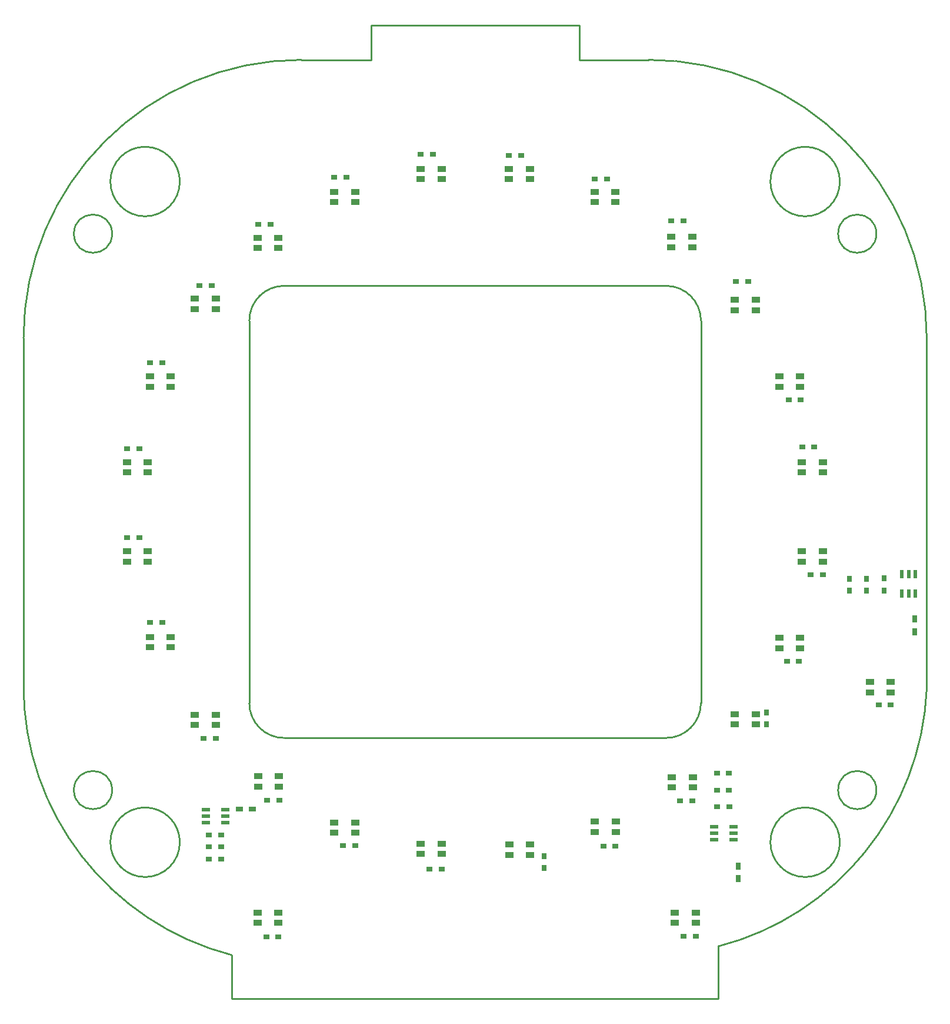
<source format=gtp>
G04*
G04 #@! TF.GenerationSoftware,Altium Limited,Altium Designer,18.1.8 (232)*
G04*
G04 Layer_Color=8421504*
%FSLAX25Y25*%
%MOIN*%
G70*
G01*
G75*
%ADD10C,0.01000*%
%ADD15R,0.04724X0.03543*%
%ADD16R,0.03500X0.03000*%
%ADD17R,0.03000X0.03500*%
%ADD18R,0.03150X0.04000*%
%ADD19R,0.04724X0.01968*%
%ADD20R,0.04000X0.03150*%
%ADD21R,0.01968X0.04724*%
D10*
X275737Y29679D02*
G03*
X393701Y175365I-39370J152480D01*
G01*
X-118110Y177165D02*
G03*
X0Y24686I157480J0D01*
G01*
X344488Y88583D02*
G03*
X344488Y88583I-19685J0D01*
G01*
X365158Y433071D02*
G03*
X365158Y433071I-10827J0D01*
G01*
X393701Y374016D02*
G03*
X236221Y531496I-157480J0D01*
G01*
X344488Y462598D02*
G03*
X344488Y462598I-19685J0D01*
G01*
X365158Y118110D02*
G03*
X365158Y118110I-10827J0D01*
G01*
X-67913D02*
G03*
X-67913Y118110I-10827J0D01*
G01*
X39370Y531496D02*
G03*
X-118110Y374016I0J-157480D01*
G01*
X-67913Y433071D02*
G03*
X-67913Y433071I-10827J0D01*
G01*
X-29528Y462598D02*
G03*
X-29528Y462598I-19685J0D01*
G01*
Y88583D02*
G03*
X-29528Y88583I-19685J0D01*
G01*
X29528Y403543D02*
G03*
X9843Y383858I0J-19685D01*
G01*
X265748D02*
G03*
X246063Y403543I-19685J0D01*
G01*
Y147638D02*
G03*
X265748Y167323I0J19685D01*
G01*
X9843D02*
G03*
X29528Y147638I19685J0D01*
G01*
X0Y0D02*
X275590D01*
X0D02*
Y24686D01*
X275590Y0D02*
Y29679D01*
X393701Y175365D02*
X393701Y374016D01*
X-118110Y177165D02*
Y374016D01*
X39370Y531496D02*
X78740D01*
X196850D02*
X236221D01*
X196850D02*
Y551181D01*
X78740Y531496D02*
Y551181D01*
X196850D01*
X9843Y167323D02*
Y383858D01*
X29528Y403543D02*
X246063D01*
X265748Y167323D02*
Y383858D01*
X29528Y147638D02*
X246063D01*
D15*
X69849Y99818D02*
D03*
Y93912D02*
D03*
X58038D02*
D03*
Y99818D02*
D03*
X249328Y125495D02*
D03*
Y119589D02*
D03*
X261139D02*
D03*
Y125495D02*
D03*
X205715Y100315D02*
D03*
Y94409D02*
D03*
X217526D02*
D03*
Y100315D02*
D03*
X251038Y48818D02*
D03*
Y42912D02*
D03*
X262849D02*
D03*
Y48818D02*
D03*
X157070Y87281D02*
D03*
Y81375D02*
D03*
X168881D02*
D03*
Y87281D02*
D03*
X14897Y125862D02*
D03*
Y119956D02*
D03*
X26708D02*
D03*
Y125862D02*
D03*
X107038Y87818D02*
D03*
Y81912D02*
D03*
X118849D02*
D03*
Y87818D02*
D03*
X14452Y48818D02*
D03*
Y42912D02*
D03*
X26263D02*
D03*
Y48818D02*
D03*
X296849Y389630D02*
D03*
Y395536D02*
D03*
X285038D02*
D03*
Y389630D02*
D03*
X310173Y352318D02*
D03*
Y346412D02*
D03*
X321984D02*
D03*
Y352318D02*
D03*
X334849Y297912D02*
D03*
Y303818D02*
D03*
X323038D02*
D03*
Y297912D02*
D03*
Y253318D02*
D03*
Y247412D02*
D03*
X334849D02*
D03*
Y253318D02*
D03*
X310173Y204318D02*
D03*
Y198412D02*
D03*
X321984D02*
D03*
Y204318D02*
D03*
X284938Y161105D02*
D03*
Y155199D02*
D03*
X296749D02*
D03*
Y161105D02*
D03*
X361538Y179318D02*
D03*
Y173412D02*
D03*
X373349D02*
D03*
Y179318D02*
D03*
X-20962Y160818D02*
D03*
Y154912D02*
D03*
X-9151D02*
D03*
Y160818D02*
D03*
X-34651Y198912D02*
D03*
Y204818D02*
D03*
X-46462D02*
D03*
Y198912D02*
D03*
X-47651Y247412D02*
D03*
Y253318D02*
D03*
X-59462D02*
D03*
Y247412D02*
D03*
X-47651Y297912D02*
D03*
Y303818D02*
D03*
X-59462D02*
D03*
Y297912D02*
D03*
X-34651Y346412D02*
D03*
Y352318D02*
D03*
X-46462D02*
D03*
Y346412D02*
D03*
X-9151Y390412D02*
D03*
Y396318D02*
D03*
X-20962D02*
D03*
Y390412D02*
D03*
X26349Y424912D02*
D03*
Y430818D02*
D03*
X14538D02*
D03*
Y424912D02*
D03*
X69849Y450912D02*
D03*
Y456818D02*
D03*
X58038D02*
D03*
Y450912D02*
D03*
X118849Y463912D02*
D03*
Y469818D02*
D03*
X107038D02*
D03*
Y463912D02*
D03*
X168849D02*
D03*
Y469818D02*
D03*
X157038D02*
D03*
Y463912D02*
D03*
X217349Y450920D02*
D03*
Y456826D02*
D03*
X205538D02*
D03*
Y450920D02*
D03*
X260849Y425412D02*
D03*
Y431318D02*
D03*
X249038D02*
D03*
Y425412D02*
D03*
D16*
X210444Y86365D02*
D03*
X217344D02*
D03*
X255944Y35365D02*
D03*
X262844D02*
D03*
X-12956Y78865D02*
D03*
X-6056D02*
D03*
X111944Y73365D02*
D03*
X118844D02*
D03*
X62944Y86765D02*
D03*
X69844D02*
D03*
X19444Y34865D02*
D03*
X26344D02*
D03*
X281643Y127534D02*
D03*
X274743D02*
D03*
X281643Y118034D02*
D03*
X274743D02*
D03*
X274843Y108566D02*
D03*
X281743D02*
D03*
X253944Y112082D02*
D03*
X260844D02*
D03*
X-12956Y85865D02*
D03*
X-6056D02*
D03*
X-6156Y92550D02*
D03*
X-13056D02*
D03*
X19944Y112365D02*
D03*
X26844D02*
D03*
X292444Y405865D02*
D03*
X285544D02*
D03*
X315444Y338865D02*
D03*
X322344D02*
D03*
X329991Y312365D02*
D03*
X323091D02*
D03*
X327944Y239865D02*
D03*
X334844D02*
D03*
X314444Y190865D02*
D03*
X321344D02*
D03*
X366444Y166365D02*
D03*
X373344D02*
D03*
X255944Y440225D02*
D03*
X249044D02*
D03*
X-16056Y147265D02*
D03*
X-9156D02*
D03*
X212444Y463912D02*
D03*
X205544D02*
D03*
X163944Y477365D02*
D03*
X157044D02*
D03*
X113944Y477865D02*
D03*
X107044D02*
D03*
X64944Y464865D02*
D03*
X58044D02*
D03*
X21944Y438365D02*
D03*
X15044D02*
D03*
X-11556Y403543D02*
D03*
X-18456D02*
D03*
X-39556Y359865D02*
D03*
X-46456D02*
D03*
X-52556Y311365D02*
D03*
X-59456D02*
D03*
X-52556Y260865D02*
D03*
X-59456D02*
D03*
X-39556Y212865D02*
D03*
X-46456D02*
D03*
D17*
X176944Y73865D02*
D03*
Y80765D02*
D03*
X349944Y237765D02*
D03*
Y230865D02*
D03*
X359444Y237765D02*
D03*
Y230865D02*
D03*
X369444Y237865D02*
D03*
Y230965D02*
D03*
X302944Y162098D02*
D03*
Y155198D02*
D03*
D18*
X286944Y67885D02*
D03*
Y75185D02*
D03*
X386944Y215015D02*
D03*
Y207715D02*
D03*
D19*
X273232Y97474D02*
D03*
Y93734D02*
D03*
Y89994D02*
D03*
X284255D02*
D03*
Y93734D02*
D03*
Y97474D02*
D03*
X-14827Y99625D02*
D03*
Y103365D02*
D03*
Y107105D02*
D03*
X-3803D02*
D03*
Y103365D02*
D03*
Y99625D02*
D03*
D20*
X11594Y107365D02*
D03*
X4294D02*
D03*
D21*
X379703Y240377D02*
D03*
X383444D02*
D03*
X387184D02*
D03*
Y229353D02*
D03*
X383444D02*
D03*
X379703D02*
D03*
M02*

</source>
